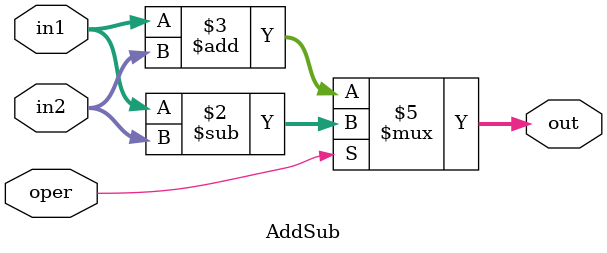
<source format=v>
`timescale 1ns / 1ps

//module Complement8bit(input [7:0] in,output [7:0] out);
//	not(out[0],in[0]);
//	not(out[1],in[1]);
//	not(out[2],in[2]);
//	not(out[3],in[3]);
//	not(out[4],in[4]);
//	not(out[5],in[5]);
//	not(out[6],in[6]);
//	not(out[7],in[7]);
//endmodule

//module Complement24bit(input [23:0] in,output [23:0] out);
//	Complement8bit C01(.in(in[7:0]),.out(out[7:0]));
//	Complement8bit C02(.in(in[15:8]),.out(out[15:8]));
//	Complement8bit C03(.in(in[23:16]),.out(out[23:16]));
//endmodule

//module Mux_1Bit(input in0,input in1 ,input sl,output out);
//	wire w1,w2,invSL;
//	not(invSL,sl);
//	and(w1,in0,invSL);
//	and(w2,in1,sl);
//	or(out,w1,w2);
//endmodule

//module Mux_8Bit(input [7:0] in0,input [7:0] in1 ,input sl,output [7:0] out);
//	Mux_1Bit M01(.in0(in0[0]),.in1(in1[0]) ,.sl(sl),.out(out[0]));
//	Mux_1Bit M02(.in0(in0[1]),.in1(in1[1]) ,.sl(sl),.out(out[1]));
//	Mux_1Bit M03(.in0(in0[2]),.in1(in1[2]) ,.sl(sl),.out(out[2]));
//	Mux_1Bit M04(.in0(in0[3]),.in1(in1[3]) ,.sl(sl),.out(out[3]));
//	Mux_1Bit M05(.in0(in0[4]),.in1(in1[4]) ,.sl(sl),.out(out[4]));
//	Mux_1Bit M06(.in0(in0[5]),.in1(in1[5]) ,.sl(sl),.out(out[5]));
//	Mux_1Bit M07(.in0(in0[6]),.in1(in1[6]) ,.sl(sl),.out(out[6]));
//	Mux_1Bit M08(.in0(in0[7]),.in1(in1[7]) ,.sl(sl),.out(out[7]));
//endmodule

//module Mux_24Bit(input [23:0] in0,input [23:0] in1 ,input sl,output [23:0] out);
//	Mux_8Bit M01(.in0(in0[7:0]),.in1(in1[7:0]) ,.sl(sl),.out(out[7:0]));
//	Mux_8Bit M02(.in0(in0[15:8]),.in1(in1[15:8]) ,.sl(sl),.out(out[15:8]));
//	Mux_8Bit M03(.in0(in0[23:16]),.in1(in1[23:16]) ,.sl(sl),.out(out[23:16]));
//endmodule

//module Adder4bit(input [3:0] a,input [3:0] b,input cin,output [3:0]sum,output cout);
//	wire g0,g1,g2,g3,p0,p1,p2,p3,c2,c1,c0;
//	assign g0 = a[0]&b[0];
//	assign g1 = a[1]&b[1];
//	assign g2 = a[2]&b[2];
//	assign g3 = a[3]&b[3];
//	assign p0 = a[0]^b[0];
//	assign p1 = a[1]^b[1];
//	assign p2 = a[2]^b[2];
//	assign p3 = a[3]^b[3];
//	assign c0 = g0 |( p0 & cin);
//	assign c1 = g1 | (p1&g0)| (p1&p0&cin);
//	assign c2 = g2 | (p2&g1) | (p2&p1&g0) | (p2&p1&p0&cin);
//	assign cout = g3 | (p3&g2) | (p3&p2&g1) | (p3&p2&p1&g0) | (p3&p2&p1&p0&cin);

//	xor(sum[0],p0,cin);
//	xor(sum[1],p1,c0);
//	xor(sum[2],p2,c1);
//	xor(sum[3],p3,c2);

//endmodule

//module Adder8bit(input [7:0] a,input [7:0] b,input cin,output [7:0]sum,output cout);
//    wire ctemp;
//	Adder4bit ADD01(.a(a[3:0]),.b(b[3:0]),.cin(cin),.sum(sum[3:0]),.cout(ctemp));
//	Adder4bit ADD02(.a(a[7:4]),.b(b[7:4]),.cin(ctemp),.sum(sum[7:4]),.cout(cout));
//endmodule

//module Adder24bit(input [23:0] a,input [23:0] b,input cin,output [23:0]sum,output cout);
//    wire ctemp1,ctemp2;
//	Adder8bit ADD01(.a(a[7:0]),.b(b[7:0]),.cin(cin),.sum(sum[7:0]),.cout(ctemp1));
//	Adder8bit ADD02(.a(a[15:8]),.b(b[15:8]),.cin(ctemp1),.sum(sum[15:8]),.cout(ctemp2));
//	Adder8bit ADD03(.a(a[23:16]),.b(b[23:16]),.cin(ctemp2),.sum(sum[23:16]),.cout(cout));
//endmodule

//module AddSub(out,in1,in2,oper);
//	input [23:0] in1,in2;
//	input oper;
//	output [23:0] out;
//	wire [23:0] t1,t2;
//	Complement24bit C01(.in(in2),.out(t1));
//	Mux_24Bit M01(.in0(in2),.in1(t1),.sl(oper),.out(t2));
//	Adder24bit ADD02(.a(in1),.b(t2),.cin(oper),.sum(out),.cout());
//endmodule


module AddSub(out,in1,in2,oper);

input oper;
input [15:0] in1,in2;
output reg [15:0] out;

always @(*)
begin 
if(oper) out = in1 - in2;
else out = in1 + in2; 
end

endmodule




</source>
